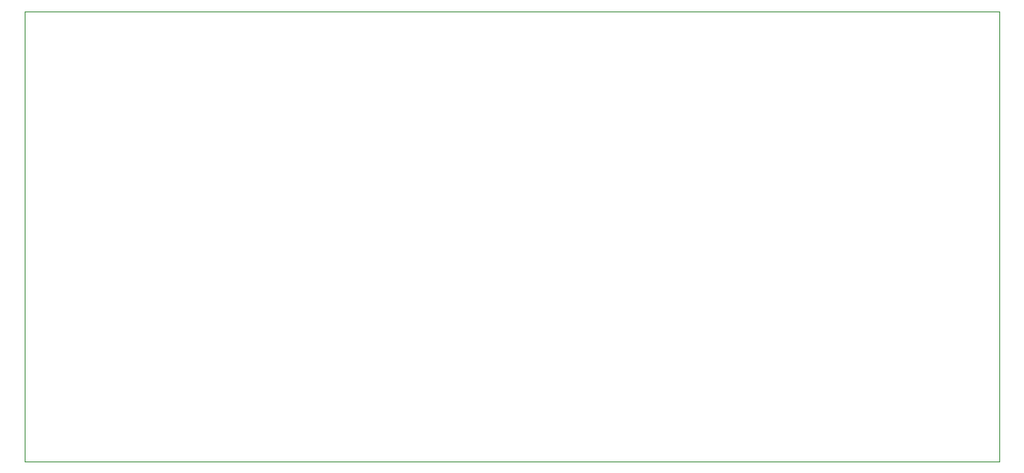
<source format=gbr>
%TF.GenerationSoftware,KiCad,Pcbnew,7.0.5*%
%TF.CreationDate,2024-02-06T06:58:08+01:00*%
%TF.ProjectId,test,74657374-2e6b-4696-9361-645f70636258,rev?*%
%TF.SameCoordinates,Original*%
%TF.FileFunction,Profile,NP*%
%FSLAX46Y46*%
G04 Gerber Fmt 4.6, Leading zero omitted, Abs format (unit mm)*
G04 Created by KiCad (PCBNEW 7.0.5) date 2024-02-06 06:58:08*
%MOMM*%
%LPD*%
G01*
G04 APERTURE LIST*
%TA.AperFunction,Profile*%
%ADD10C,0.100000*%
%TD*%
G04 APERTURE END LIST*
D10*
X92075000Y-67945000D02*
X92710000Y-67945000D01*
X92075000Y-114300000D02*
X92075000Y-67945000D01*
X192405000Y-114300000D02*
X92075000Y-114300000D01*
X192405000Y-67945000D02*
X192405000Y-114300000D01*
X92710000Y-67945000D02*
X192405000Y-67945000D01*
M02*

</source>
